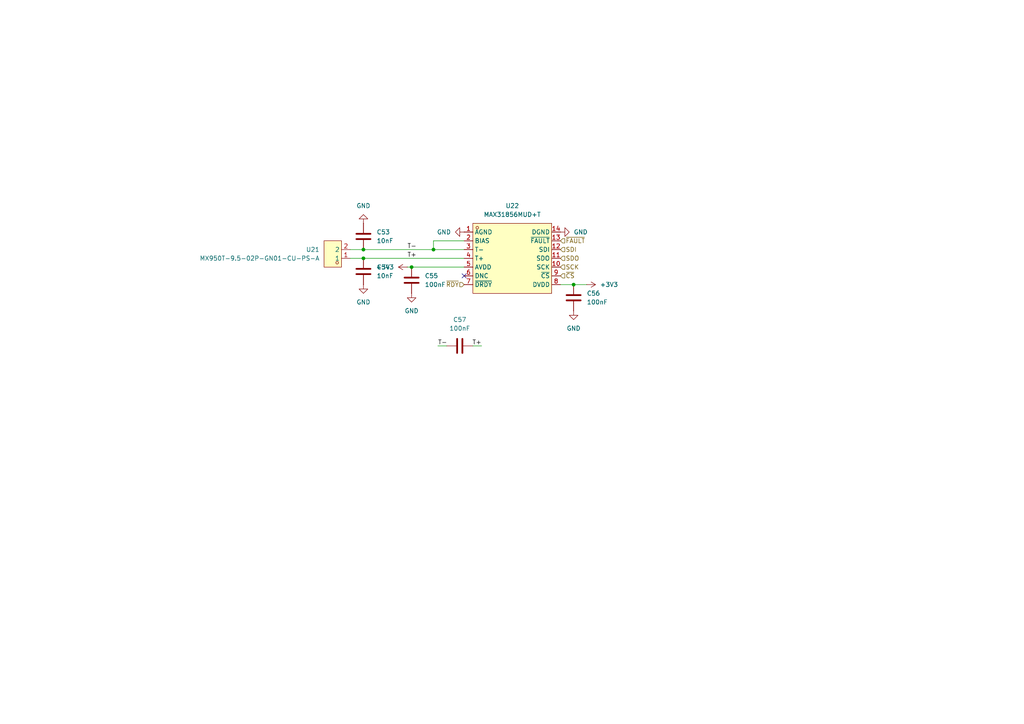
<source format=kicad_sch>
(kicad_sch (version 20231120) (generator "eeschema") (generator_version "8.0")
  (paper "A4")
  (lib_symbols
    (symbol "Device:C" (pin_numbers hide) (pin_names (offset 0.254))
      (property "Reference" "C" (at 0.635 2.54 0))
      (property "Value" "C" (at 0.635 -2.54 0))
      (symbol "C_0_1"
        (polyline (pts (xy -2.032 -0.762) (xy 2.032 -0.762)) (stroke (width 0.508)))
        (polyline (pts (xy -2.032 0.762) (xy 2.032 0.762)) (stroke (width 0.508)))
      )
      (symbol "C_1_1"
        (pin passive line (at 0 3.81 270) (length 2.794) (name "~") (number "1"))
        (pin passive line (at 0 -3.81 90) (length 2.794) (name "~") (number "2"))
      )
    )
    (symbol "lib:MAX31856MUD+T"
      (property "Reference" "U" (at 0 12.7 0))
      (property "Value" "MAX31856MUD+T" (at 0 -12.7 0))
      (symbol "MAX31856MUD+T_0_1"
        (rectangle (start -11.43 10.16) (end 11.43 -10.16) (fill (type background)))
        (circle (center -10.16 8.89) (radius 0.38))
        (pin unspecified line (at -13.97 7.62 0) (length 2.54) (name "AGND") (number "1"))
        (pin unspecified line (at 13.97 -2.54 180) (length 2.54) (name "SCK") (number "10"))
        (pin unspecified line (at 13.97 0 180) (length 2.54) (name "SDO") (number "11"))
        (pin unspecified line (at 13.97 2.54 180) (length 2.54) (name "SDI") (number "12"))
        (pin unspecified line (at 13.97 5.08 180) (length 2.54) (name "~{FAULT}") (number "13"))
        (pin unspecified line (at 13.97 7.62 180) (length 2.54) (name "DGND") (number "14"))
        (pin unspecified line (at -13.97 5.08 0) (length 2.54) (name "BIAS") (number "2"))
        (pin unspecified line (at -13.97 2.54 0) (length 2.54) (name "T-") (number "3"))
        (pin unspecified line (at -13.97 0 0) (length 2.54) (name "T+") (number "4"))
        (pin unspecified line (at -13.97 -2.54 0) (length 2.54) (name "AVDD") (number "5"))
        (pin unspecified line (at -13.97 -5.08 0) (length 2.54) (name "DNC") (number "6"))
        (pin unspecified line (at -13.97 -7.62 0) (length 2.54) (name "~{DRDY}") (number "7"))
        (pin unspecified line (at 13.97 -7.62 180) (length 2.54) (name "DVDD") (number "8"))
        (pin unspecified line (at 13.97 -5.08 180) (length 2.54) (name "~{CS}") (number "9"))
      )
    )
    (symbol "lib:MX950T-9.5-02P-GN01-CU-PS-A"
      (property "Reference" "U" (at 0 6.35 0))
      (property "Value" "MX950T-9.5-02P-GN01-CU-PS-A" (at 0 -6.35 0))
      (symbol "MX950T-9.5-02P-GN01-CU-PS-A_0_1"
        (rectangle (start -2.54 3.81) (end 2.54 -3.81) (fill (type background)))
        (circle (center -1.27 2.54) (radius 0.38))
        (pin unspecified line (at -5.08 1.27 0) (length 2.54) (name "1") (number "1"))
        (pin unspecified line (at -5.08 -1.27 0) (length 2.54) (name "2") (number "2"))
      )
    )
    (symbol "power:+3V3" (power) (pin_numbers hide) (pin_names (offset 0) hide)
      (property "Value" "+3V3" (at 0 3.556 0))
      (symbol "+3V3_0_1"
        (polyline (pts (xy -0.762 1.27) (xy 0 2.54)))
        (polyline (pts (xy 0 0) (xy 0 2.54)))
        (polyline (pts (xy 0 2.54) (xy 0.762 1.27)))
      )
      (symbol "+3V3_1_1"
        (pin power_in line (at 0 0 90) (length 0) (name "~") (number "1"))
      )
    )
    (symbol "power:GND" (power) (pin_numbers hide) (pin_names (offset 0) hide)
      (property "Value" "GND" (at 0 -3.81 0))
      (symbol "GND_0_1"
        (polyline (pts (xy 0 0) (xy 0 -1.27) (xy 1.27 -1.27) (xy 0 -2.54) (xy -1.27 -1.27) (xy 0 -1.27)))
      )
      (symbol "GND_1_1"
        (pin power_in line (at 0 0 270) (length 0) (name "~") (number "1"))
      )
    )
  )
  (junction (at 105.41 72.39))
  (junction (at 119.38 77.47))
  (junction (at 166.37 82.55))
  (junction (at 125.73 72.39))
  (junction (at 105.41 74.93))
  (no_connect (at 134.62 80.01))
  (wire (pts (xy 118.11 77.47) (xy 119.38 77.47)))
  (wire (pts (xy 139.7 100.33) (xy 137.16 100.33)))
  (wire (pts (xy 105.41 72.39) (xy 125.73 72.39)))
  (wire (pts (xy 127 100.33) (xy 129.54 100.33)))
  (wire (pts (xy 134.62 69.85) (xy 125.73 69.85)))
  (wire (pts (xy 166.37 82.55) (xy 162.56 82.55)))
  (wire (pts (xy 170.18 82.55) (xy 166.37 82.55)))
  (wire (pts (xy 125.73 72.39) (xy 134.62 72.39)))
  (wire (pts (xy 125.73 69.85) (xy 125.73 72.39)))
  (wire (pts (xy 101.6 74.93) (xy 105.41 74.93)))
  (wire (pts (xy 105.41 74.93) (xy 134.62 74.93)))
  (wire (pts (xy 101.6 72.39) (xy 105.41 72.39)))
  (wire (pts (xy 119.38 77.47) (xy 134.62 77.47)))
  (label "T-" (at 127 100.33 0))
  (label "T+" (at 118.11 74.93 0))
  (label "T+" (at 139.7 100.33 180))
  (label "T-" (at 118.11 72.39 0))
  (hierarchical_label "SCK" (shape input) (at 162.56 77.47 0))
  (hierarchical_label "SDI" (shape input) (at 162.56 72.39 0))
  (hierarchical_label "SDO" (shape input) (at 162.56 74.93 0))
  (hierarchical_label "~{CS}" (shape input) (at 162.56 80.01 0))
  (hierarchical_label "~{FAULT}" (shape input) (at 162.56 69.85 0))
  (hierarchical_label "~{RDY}" (shape input) (at 134.62 82.55 180))
  (symbol (lib_id "Device:C") (at 166.37 86.36 0) (unit 1)
    (property "Reference" "C16" (at 170.18 85.0899 0) (effects (justify left)))
    (property "Value" "100nF" (at 170.18 87.6299 0) (effects (justify left)))
    (property "Footprint" "Capacitor_SMD:C_0402_1005Metric" (effects (hide yes)))
    (property "Description" "Unpolarized capacitor" (effects (hide yes)))
    (instances (project "drTemp" (path "" (reference "C56") (unit 1)) (path "" (reference "C71") (unit 1)) (path "" (reference "C31") (unit 1)) (path "" (reference "C66") (unit 1)) (path "" (reference "C36") (unit 1)) (path "" (reference "C26") (unit 1)) (path "" (reference "C46") (unit 1)) (path "" (reference "C41") (unit 1)) (path "" (reference "C21") (unit 1)) (path "" (reference "C16") (unit 1)) (path "" (reference "C51") (unit 1)) (path "" (reference "C61") (unit 1))))
  )
  (symbol (lib_id "lib:MAX31856MUD+T") (at 148.59 74.93 0) (unit 1)
    (property "Reference" "U8" (at 148.59 59.69 0))
    (property "Value" "MAX31856MUD+T" (at 148.59 62.23 0))
    (property "Footprint" "lib:TSSOP-14_L5.0-W4.4-P0.65-LS6.4-BL" (effects (hide yes)))
    (property "LCSC Part" "C2653162" (effects (hide yes)))
    (instances (project "drTemp" (path "" (reference "U22") (unit 1)) (path "" (reference "U28") (unit 1)) (path "" (reference "U12") (unit 1)) (path "" (reference "U26") (unit 1)) (path "" (reference "U14") (unit 1)) (path "" (reference "U10") (unit 1)) (path "" (reference "U18") (unit 1)) (path "" (reference "U16") (unit 1)) (path "" (reference "U8") (unit 1)) (path "" (reference "U6") (unit 1)) (path "" (reference "U20") (unit 1)) (path "" (reference "U24") (unit 1))))
  )
  (symbol (lib_id "lib:MX950T-9.5-02P-GN01-CU-PS-A") (at 96.52 73.66 180) (unit 1)
    (property "Reference" "U7" (at 92.71 72.3899 0) (effects (justify left)))
    (property "Value" "MX950T-9.5-02P-GN01-CU-PS-A" (at 92.71 74.9299 0) (effects (justify left)))
    (property "Footprint" "lib:CONN-TH_2P-P9.50_DB910-9.52-2P" (effects (hide yes)))
    (property "LCSC Part" "C5188495" (effects (hide yes)))
    (instances (project "drTemp" (path "" (reference "U21") (unit 1)) (path "" (reference "U27") (unit 1)) (path "" (reference "U11") (unit 1)) (path "" (reference "U25") (unit 1)) (path "" (reference "U13") (unit 1)) (path "" (reference "U9") (unit 1)) (path "" (reference "U17") (unit 1)) (path "" (reference "U15") (unit 1)) (path "" (reference "U7") (unit 1)) (path "" (reference "U5") (unit 1)) (path "" (reference "U19") (unit 1)) (path "" (reference "U23") (unit 1))))
  )
  (symbol (lib_id "power:GND") (at 105.41 82.55 0) (unit 1)
    (property "Reference" "#PWR041" (effects (hide yes)))
    (property "Value" "GND" (at 105.41 87.63 0))
    (property "Description" "Power symbol creates a global label with name \"GND\" , ground" (effects (hide yes)))
    (instances (project "drTemp" (path "" (reference "#PWR0105") (unit 1)) (path "" (reference "#PWR0129") (unit 1)) (path "" (reference "#PWR065") (unit 1)) (path "" (reference "#PWR0121") (unit 1)) (path "" (reference "#PWR073") (unit 1)) (path "" (reference "#PWR057") (unit 1)) (path "" (reference "#PWR089") (unit 1)) (path "" (reference "#PWR081") (unit 1)) (path "" (reference "#PWR049") (unit 1)) (path "" (reference "#PWR041") (unit 1)) (path "" (reference "#PWR097") (unit 1)) (path "" (reference "#PWR0113") (unit 1))))
  )
  (symbol (lib_id "power:GND") (at 162.56 67.31 90) (unit 1)
    (property "Reference" "#PWR039" (effects (hide yes)))
    (property "Value" "GND" (at 166.37 67.3099 90) (effects (justify right)))
    (property "Description" "Power symbol creates a global label with name \"GND\" , ground" (effects (hide yes)))
    (instances (project "drTemp" (path "" (reference "#PWR0103") (unit 1)) (path "" (reference "#PWR0127") (unit 1)) (path "" (reference "#PWR063") (unit 1)) (path "" (reference "#PWR0119") (unit 1)) (path "" (reference "#PWR071") (unit 1)) (path "" (reference "#PWR055") (unit 1)) (path "" (reference "#PWR087") (unit 1)) (path "" (reference "#PWR079") (unit 1)) (path "" (reference "#PWR047") (unit 1)) (path "" (reference "#PWR039") (unit 1)) (path "" (reference "#PWR095") (unit 1)) (path "" (reference "#PWR0111") (unit 1))))
  )
  (symbol (lib_id "Device:C") (at 119.38 81.28 0) (unit 1)
    (property "Reference" "C20" (at 123.19 80.0099 0) (effects (justify left)))
    (property "Value" "100nF" (at 123.19 82.5499 0) (effects (justify left)))
    (property "Footprint" "Capacitor_SMD:C_0402_1005Metric" (effects (hide yes)))
    (property "Description" "Unpolarized capacitor" (effects (hide yes)))
    (instances (project "drTemp" (path "" (reference "C55") (unit 1)) (path "" (reference "C70") (unit 1)) (path "" (reference "C30") (unit 1)) (path "" (reference "C65") (unit 1)) (path "" (reference "C35") (unit 1)) (path "" (reference "C25") (unit 1)) (path "" (reference "C45") (unit 1)) (path "" (reference "C40") (unit 1)) (path "" (reference "C20") (unit 1)) (path "" (reference "C15") (unit 1)) (path "" (reference "C50") (unit 1)) (path "" (reference "C60") (unit 1))))
  )
  (symbol (lib_id "Device:C") (at 105.41 68.58 0) (unit 1)
    (property "Reference" "C13" (at 109.22 67.3099 0) (effects (justify left)))
    (property "Value" "10nF" (at 109.22 69.8499 0) (effects (justify left)))
    (property "Footprint" "Capacitor_SMD:C_0402_1005Metric" (effects (hide yes)))
    (property "Description" "Unpolarized capacitor" (effects (hide yes)))
    (instances (project "drTemp" (path "" (reference "C53") (unit 1)) (path "" (reference "C68") (unit 1)) (path "" (reference "C28") (unit 1)) (path "" (reference "C63") (unit 1)) (path "" (reference "C33") (unit 1)) (path "" (reference "C23") (unit 1)) (path "" (reference "C43") (unit 1)) (path "" (reference "C38") (unit 1)) (path "" (reference "C18") (unit 1)) (path "" (reference "C13") (unit 1)) (path "" (reference "C48") (unit 1)) (path "" (reference "C58") (unit 1))))
  )
  (symbol (lib_id "power:GND") (at 134.62 67.31 270) (unit 1)
    (property "Reference" "#PWR046" (effects (hide yes)))
    (property "Value" "GND" (at 130.81 67.3099 90) (effects (justify right)))
    (property "Description" "Power symbol creates a global label with name \"GND\" , ground" (effects (hide yes)))
    (instances (project "drTemp" (path "" (reference "#PWR0102") (unit 1)) (path "" (reference "#PWR0126") (unit 1)) (path "" (reference "#PWR062") (unit 1)) (path "" (reference "#PWR0118") (unit 1)) (path "" (reference "#PWR070") (unit 1)) (path "" (reference "#PWR054") (unit 1)) (path "" (reference "#PWR086") (unit 1)) (path "" (reference "#PWR078") (unit 1)) (path "" (reference "#PWR046") (unit 1)) (path "" (reference "#PWR038") (unit 1)) (path "" (reference "#PWR094") (unit 1)) (path "" (reference "#PWR0110") (unit 1))))
  )
  (symbol (lib_id "Device:C") (at 133.35 100.33 90) (unit 1)
    (property "Reference" "C17" (at 133.35 92.71 90))
    (property "Value" "100nF" (at 133.35 95.25 90))
    (property "Footprint" "Capacitor_SMD:C_0402_1005Metric" (effects (hide yes)))
    (property "Description" "Unpolarized capacitor" (effects (hide yes)))
    (instances (project "drTemp" (path "" (reference "C57") (unit 1)) (path "" (reference "C72") (unit 1)) (path "" (reference "C32") (unit 1)) (path "" (reference "C67") (unit 1)) (path "" (reference "C37") (unit 1)) (path "" (reference "C27") (unit 1)) (path "" (reference "C47") (unit 1)) (path "" (reference "C42") (unit 1)) (path "" (reference "C22") (unit 1)) (path "" (reference "C17") (unit 1)) (path "" (reference "C52") (unit 1)) (path "" (reference "C62") (unit 1))))
  )
  (symbol (lib_id "power:GND") (at 105.41 64.77 180) (unit 1)
    (property "Reference" "#PWR037" (effects (hide yes)))
    (property "Value" "GND" (at 105.41 59.69 0))
    (property "Description" "Power symbol creates a global label with name \"GND\" , ground" (effects (hide yes)))
    (instances (project "drTemp" (path "" (reference "#PWR0101") (unit 1)) (path "" (reference "#PWR0125") (unit 1)) (path "" (reference "#PWR061") (unit 1)) (path "" (reference "#PWR0117") (unit 1)) (path "" (reference "#PWR069") (unit 1)) (path "" (reference "#PWR053") (unit 1)) (path "" (reference "#PWR085") (unit 1)) (path "" (reference "#PWR077") (unit 1)) (path "" (reference "#PWR045") (unit 1)) (path "" (reference "#PWR037") (unit 1)) (path "" (reference "#PWR093") (unit 1)) (path "" (reference "#PWR0109") (unit 1))))
  )
  (symbol (lib_id "power:GND") (at 166.37 90.17 0) (unit 1)
    (property "Reference" "#PWR044" (effects (hide yes)))
    (property "Value" "GND" (at 166.37 95.25 0))
    (property "Description" "Power symbol creates a global label with name \"GND\" , ground" (effects (hide yes)))
    (instances (project "drTemp" (path "" (reference "#PWR0108") (unit 1)) (path "" (reference "#PWR0132") (unit 1)) (path "" (reference "#PWR068") (unit 1)) (path "" (reference "#PWR0124") (unit 1)) (path "" (reference "#PWR076") (unit 1)) (path "" (reference "#PWR060") (unit 1)) (path "" (reference "#PWR092") (unit 1)) (path "" (reference "#PWR084") (unit 1)) (path "" (reference "#PWR052") (unit 1)) (path "" (reference "#PWR044") (unit 1)) (path "" (reference "#PWR0100") (unit 1)) (path "" (reference "#PWR0116") (unit 1))))
  )
  (symbol (lib_id "power:+3V3") (at 118.11 77.47 90) (unit 1)
    (property "Reference" "#PWR048" (effects (hide yes)))
    (property "Value" "+3V3" (at 114.3 77.4699 90) (effects (justify left)))
    (property "Description" "Power symbol creates a global label with name \"+3V3\"" (effects (hide yes)))
    (instances (project "drTemp" (path "" (reference "#PWR0104") (unit 1)) (path "" (reference "#PWR0128") (unit 1)) (path "" (reference "#PWR064") (unit 1)) (path "" (reference "#PWR0120") (unit 1)) (path "" (reference "#PWR072") (unit 1)) (path "" (reference "#PWR056") (unit 1)) (path "" (reference "#PWR088") (unit 1)) (path "" (reference "#PWR080") (unit 1)) (path "" (reference "#PWR048") (unit 1)) (path "" (reference "#PWR040") (unit 1)) (path "" (reference "#PWR096") (unit 1)) (path "" (reference "#PWR0112") (unit 1))))
  )
  (symbol (lib_id "power:+3V3") (at 170.18 82.55 270) (unit 1)
    (property "Reference" "#PWR042" (effects (hide yes)))
    (property "Value" "+3V3" (at 173.99 82.5499 90) (effects (justify left)))
    (property "Description" "Power symbol creates a global label with name \"+3V3\"" (effects (hide yes)))
    (instances (project "drTemp" (path "" (reference "#PWR0106") (unit 1)) (path "" (reference "#PWR0130") (unit 1)) (path "" (reference "#PWR066") (unit 1)) (path "" (reference "#PWR0122") (unit 1)) (path "" (reference "#PWR074") (unit 1)) (path "" (reference "#PWR058") (unit 1)) (path "" (reference "#PWR090") (unit 1)) (path "" (reference "#PWR082") (unit 1)) (path "" (reference "#PWR050") (unit 1)) (path "" (reference "#PWR042") (unit 1)) (path "" (reference "#PWR098") (unit 1)) (path "" (reference "#PWR0114") (unit 1))))
  )
  (symbol (lib_id "Device:C") (at 105.41 78.74 0) (unit 1)
    (property "Reference" "C14" (at 109.22 77.4699 0) (effects (justify left)))
    (property "Value" "10nF" (at 109.22 80.0099 0) (effects (justify left)))
    (property "Footprint" "Capacitor_SMD:C_0402_1005Metric" (effects (hide yes)))
    (property "Description" "Unpolarized capacitor" (effects (hide yes)))
    (instances (project "drTemp" (path "" (reference "C54") (unit 1)) (path "" (reference "C69") (unit 1)) (path "" (reference "C29") (unit 1)) (path "" (reference "C64") (unit 1)) (path "" (reference "C34") (unit 1)) (path "" (reference "C24") (unit 1)) (path "" (reference "C44") (unit 1)) (path "" (reference "C39") (unit 1)) (path "" (reference "C19") (unit 1)) (path "" (reference "C14") (unit 1)) (path "" (reference "C49") (unit 1)) (path "" (reference "C59") (unit 1))))
  )
  (symbol (lib_id "power:GND") (at 119.38 85.09 0) (unit 1)
    (property "Reference" "#PWR043" (effects (hide yes)))
    (property "Value" "GND" (at 119.38 90.17 0))
    (property "Description" "Power symbol creates a global label with name \"GND\" , ground" (effects (hide yes)))
    (instances (project "drTemp" (path "" (reference "#PWR0107") (unit 1)) (path "" (reference "#PWR0131") (unit 1)) (path "" (reference "#PWR067") (unit 1)) (path "" (reference "#PWR0123") (unit 1)) (path "" (reference "#PWR075") (unit 1)) (path "" (reference "#PWR059") (unit 1)) (path "" (reference "#PWR091") (unit 1)) (path "" (reference "#PWR083") (unit 1)) (path "" (reference "#PWR051") (unit 1)) (path "" (reference "#PWR043") (unit 1)) (path "" (reference "#PWR099") (unit 1)) (path "" (reference "#PWR0115") (unit 1))))
  )
)
</source>
